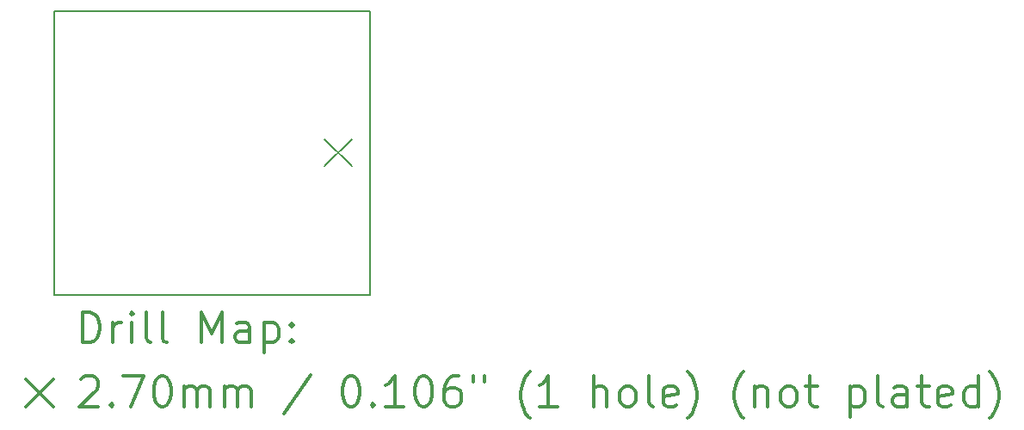
<source format=gbr>
%FSLAX45Y45*%
G04 Gerber Fmt 4.5, Leading zero omitted, Abs format (unit mm)*
G04 Created by KiCad (PCBNEW (5.1.5)-3) date 2019-12-28 19:55:43*
%MOMM*%
%LPD*%
G04 APERTURE LIST*
%TA.AperFunction,Profile*%
%ADD10C,0.150000*%
%TD*%
%ADD11C,0.200000*%
%ADD12C,0.300000*%
G04 APERTURE END LIST*
D10*
X17208500Y-7683500D02*
X14097000Y-7683500D01*
X17208500Y-10477500D02*
X17208500Y-7683500D01*
X14097000Y-10477500D02*
X17208500Y-10477500D01*
X14097000Y-7683500D02*
X14097000Y-10477500D01*
D11*
X16756000Y-8945500D02*
X17026000Y-9215500D01*
X17026000Y-8945500D02*
X16756000Y-9215500D01*
D12*
X14375928Y-10950714D02*
X14375928Y-10650714D01*
X14447357Y-10650714D01*
X14490214Y-10665000D01*
X14518786Y-10693572D01*
X14533071Y-10722143D01*
X14547357Y-10779286D01*
X14547357Y-10822143D01*
X14533071Y-10879286D01*
X14518786Y-10907857D01*
X14490214Y-10936429D01*
X14447357Y-10950714D01*
X14375928Y-10950714D01*
X14675928Y-10950714D02*
X14675928Y-10750714D01*
X14675928Y-10807857D02*
X14690214Y-10779286D01*
X14704500Y-10765000D01*
X14733071Y-10750714D01*
X14761643Y-10750714D01*
X14861643Y-10950714D02*
X14861643Y-10750714D01*
X14861643Y-10650714D02*
X14847357Y-10665000D01*
X14861643Y-10679286D01*
X14875928Y-10665000D01*
X14861643Y-10650714D01*
X14861643Y-10679286D01*
X15047357Y-10950714D02*
X15018786Y-10936429D01*
X15004500Y-10907857D01*
X15004500Y-10650714D01*
X15204500Y-10950714D02*
X15175928Y-10936429D01*
X15161643Y-10907857D01*
X15161643Y-10650714D01*
X15547357Y-10950714D02*
X15547357Y-10650714D01*
X15647357Y-10865000D01*
X15747357Y-10650714D01*
X15747357Y-10950714D01*
X16018786Y-10950714D02*
X16018786Y-10793572D01*
X16004500Y-10765000D01*
X15975928Y-10750714D01*
X15918786Y-10750714D01*
X15890214Y-10765000D01*
X16018786Y-10936429D02*
X15990214Y-10950714D01*
X15918786Y-10950714D01*
X15890214Y-10936429D01*
X15875928Y-10907857D01*
X15875928Y-10879286D01*
X15890214Y-10850714D01*
X15918786Y-10836429D01*
X15990214Y-10836429D01*
X16018786Y-10822143D01*
X16161643Y-10750714D02*
X16161643Y-11050714D01*
X16161643Y-10765000D02*
X16190214Y-10750714D01*
X16247357Y-10750714D01*
X16275928Y-10765000D01*
X16290214Y-10779286D01*
X16304500Y-10807857D01*
X16304500Y-10893572D01*
X16290214Y-10922143D01*
X16275928Y-10936429D01*
X16247357Y-10950714D01*
X16190214Y-10950714D01*
X16161643Y-10936429D01*
X16433071Y-10922143D02*
X16447357Y-10936429D01*
X16433071Y-10950714D01*
X16418786Y-10936429D01*
X16433071Y-10922143D01*
X16433071Y-10950714D01*
X16433071Y-10765000D02*
X16447357Y-10779286D01*
X16433071Y-10793572D01*
X16418786Y-10779286D01*
X16433071Y-10765000D01*
X16433071Y-10793572D01*
X13819500Y-11310000D02*
X14089500Y-11580000D01*
X14089500Y-11310000D02*
X13819500Y-11580000D01*
X14361643Y-11309286D02*
X14375928Y-11295000D01*
X14404500Y-11280714D01*
X14475928Y-11280714D01*
X14504500Y-11295000D01*
X14518786Y-11309286D01*
X14533071Y-11337857D01*
X14533071Y-11366429D01*
X14518786Y-11409286D01*
X14347357Y-11580714D01*
X14533071Y-11580714D01*
X14661643Y-11552143D02*
X14675928Y-11566429D01*
X14661643Y-11580714D01*
X14647357Y-11566429D01*
X14661643Y-11552143D01*
X14661643Y-11580714D01*
X14775928Y-11280714D02*
X14975928Y-11280714D01*
X14847357Y-11580714D01*
X15147357Y-11280714D02*
X15175928Y-11280714D01*
X15204500Y-11295000D01*
X15218786Y-11309286D01*
X15233071Y-11337857D01*
X15247357Y-11395000D01*
X15247357Y-11466429D01*
X15233071Y-11523571D01*
X15218786Y-11552143D01*
X15204500Y-11566429D01*
X15175928Y-11580714D01*
X15147357Y-11580714D01*
X15118786Y-11566429D01*
X15104500Y-11552143D01*
X15090214Y-11523571D01*
X15075928Y-11466429D01*
X15075928Y-11395000D01*
X15090214Y-11337857D01*
X15104500Y-11309286D01*
X15118786Y-11295000D01*
X15147357Y-11280714D01*
X15375928Y-11580714D02*
X15375928Y-11380714D01*
X15375928Y-11409286D02*
X15390214Y-11395000D01*
X15418786Y-11380714D01*
X15461643Y-11380714D01*
X15490214Y-11395000D01*
X15504500Y-11423571D01*
X15504500Y-11580714D01*
X15504500Y-11423571D02*
X15518786Y-11395000D01*
X15547357Y-11380714D01*
X15590214Y-11380714D01*
X15618786Y-11395000D01*
X15633071Y-11423571D01*
X15633071Y-11580714D01*
X15775928Y-11580714D02*
X15775928Y-11380714D01*
X15775928Y-11409286D02*
X15790214Y-11395000D01*
X15818786Y-11380714D01*
X15861643Y-11380714D01*
X15890214Y-11395000D01*
X15904500Y-11423571D01*
X15904500Y-11580714D01*
X15904500Y-11423571D02*
X15918786Y-11395000D01*
X15947357Y-11380714D01*
X15990214Y-11380714D01*
X16018786Y-11395000D01*
X16033071Y-11423571D01*
X16033071Y-11580714D01*
X16618786Y-11266429D02*
X16361643Y-11652143D01*
X17004500Y-11280714D02*
X17033071Y-11280714D01*
X17061643Y-11295000D01*
X17075928Y-11309286D01*
X17090214Y-11337857D01*
X17104500Y-11395000D01*
X17104500Y-11466429D01*
X17090214Y-11523571D01*
X17075928Y-11552143D01*
X17061643Y-11566429D01*
X17033071Y-11580714D01*
X17004500Y-11580714D01*
X16975928Y-11566429D01*
X16961643Y-11552143D01*
X16947357Y-11523571D01*
X16933071Y-11466429D01*
X16933071Y-11395000D01*
X16947357Y-11337857D01*
X16961643Y-11309286D01*
X16975928Y-11295000D01*
X17004500Y-11280714D01*
X17233071Y-11552143D02*
X17247357Y-11566429D01*
X17233071Y-11580714D01*
X17218786Y-11566429D01*
X17233071Y-11552143D01*
X17233071Y-11580714D01*
X17533071Y-11580714D02*
X17361643Y-11580714D01*
X17447357Y-11580714D02*
X17447357Y-11280714D01*
X17418786Y-11323571D01*
X17390214Y-11352143D01*
X17361643Y-11366429D01*
X17718786Y-11280714D02*
X17747357Y-11280714D01*
X17775928Y-11295000D01*
X17790214Y-11309286D01*
X17804500Y-11337857D01*
X17818786Y-11395000D01*
X17818786Y-11466429D01*
X17804500Y-11523571D01*
X17790214Y-11552143D01*
X17775928Y-11566429D01*
X17747357Y-11580714D01*
X17718786Y-11580714D01*
X17690214Y-11566429D01*
X17675928Y-11552143D01*
X17661643Y-11523571D01*
X17647357Y-11466429D01*
X17647357Y-11395000D01*
X17661643Y-11337857D01*
X17675928Y-11309286D01*
X17690214Y-11295000D01*
X17718786Y-11280714D01*
X18075928Y-11280714D02*
X18018786Y-11280714D01*
X17990214Y-11295000D01*
X17975928Y-11309286D01*
X17947357Y-11352143D01*
X17933071Y-11409286D01*
X17933071Y-11523571D01*
X17947357Y-11552143D01*
X17961643Y-11566429D01*
X17990214Y-11580714D01*
X18047357Y-11580714D01*
X18075928Y-11566429D01*
X18090214Y-11552143D01*
X18104500Y-11523571D01*
X18104500Y-11452143D01*
X18090214Y-11423571D01*
X18075928Y-11409286D01*
X18047357Y-11395000D01*
X17990214Y-11395000D01*
X17961643Y-11409286D01*
X17947357Y-11423571D01*
X17933071Y-11452143D01*
X18218786Y-11280714D02*
X18218786Y-11337857D01*
X18333071Y-11280714D02*
X18333071Y-11337857D01*
X18775928Y-11695000D02*
X18761643Y-11680714D01*
X18733071Y-11637857D01*
X18718786Y-11609286D01*
X18704500Y-11566429D01*
X18690214Y-11495000D01*
X18690214Y-11437857D01*
X18704500Y-11366429D01*
X18718786Y-11323571D01*
X18733071Y-11295000D01*
X18761643Y-11252143D01*
X18775928Y-11237857D01*
X19047357Y-11580714D02*
X18875928Y-11580714D01*
X18961643Y-11580714D02*
X18961643Y-11280714D01*
X18933071Y-11323571D01*
X18904500Y-11352143D01*
X18875928Y-11366429D01*
X19404500Y-11580714D02*
X19404500Y-11280714D01*
X19533071Y-11580714D02*
X19533071Y-11423571D01*
X19518786Y-11395000D01*
X19490214Y-11380714D01*
X19447357Y-11380714D01*
X19418786Y-11395000D01*
X19404500Y-11409286D01*
X19718786Y-11580714D02*
X19690214Y-11566429D01*
X19675928Y-11552143D01*
X19661643Y-11523571D01*
X19661643Y-11437857D01*
X19675928Y-11409286D01*
X19690214Y-11395000D01*
X19718786Y-11380714D01*
X19761643Y-11380714D01*
X19790214Y-11395000D01*
X19804500Y-11409286D01*
X19818786Y-11437857D01*
X19818786Y-11523571D01*
X19804500Y-11552143D01*
X19790214Y-11566429D01*
X19761643Y-11580714D01*
X19718786Y-11580714D01*
X19990214Y-11580714D02*
X19961643Y-11566429D01*
X19947357Y-11537857D01*
X19947357Y-11280714D01*
X20218786Y-11566429D02*
X20190214Y-11580714D01*
X20133071Y-11580714D01*
X20104500Y-11566429D01*
X20090214Y-11537857D01*
X20090214Y-11423571D01*
X20104500Y-11395000D01*
X20133071Y-11380714D01*
X20190214Y-11380714D01*
X20218786Y-11395000D01*
X20233071Y-11423571D01*
X20233071Y-11452143D01*
X20090214Y-11480714D01*
X20333071Y-11695000D02*
X20347357Y-11680714D01*
X20375928Y-11637857D01*
X20390214Y-11609286D01*
X20404500Y-11566429D01*
X20418786Y-11495000D01*
X20418786Y-11437857D01*
X20404500Y-11366429D01*
X20390214Y-11323571D01*
X20375928Y-11295000D01*
X20347357Y-11252143D01*
X20333071Y-11237857D01*
X20875928Y-11695000D02*
X20861643Y-11680714D01*
X20833071Y-11637857D01*
X20818786Y-11609286D01*
X20804500Y-11566429D01*
X20790214Y-11495000D01*
X20790214Y-11437857D01*
X20804500Y-11366429D01*
X20818786Y-11323571D01*
X20833071Y-11295000D01*
X20861643Y-11252143D01*
X20875928Y-11237857D01*
X20990214Y-11380714D02*
X20990214Y-11580714D01*
X20990214Y-11409286D02*
X21004500Y-11395000D01*
X21033071Y-11380714D01*
X21075928Y-11380714D01*
X21104500Y-11395000D01*
X21118786Y-11423571D01*
X21118786Y-11580714D01*
X21304500Y-11580714D02*
X21275928Y-11566429D01*
X21261643Y-11552143D01*
X21247357Y-11523571D01*
X21247357Y-11437857D01*
X21261643Y-11409286D01*
X21275928Y-11395000D01*
X21304500Y-11380714D01*
X21347357Y-11380714D01*
X21375928Y-11395000D01*
X21390214Y-11409286D01*
X21404500Y-11437857D01*
X21404500Y-11523571D01*
X21390214Y-11552143D01*
X21375928Y-11566429D01*
X21347357Y-11580714D01*
X21304500Y-11580714D01*
X21490214Y-11380714D02*
X21604500Y-11380714D01*
X21533071Y-11280714D02*
X21533071Y-11537857D01*
X21547357Y-11566429D01*
X21575928Y-11580714D01*
X21604500Y-11580714D01*
X21933071Y-11380714D02*
X21933071Y-11680714D01*
X21933071Y-11395000D02*
X21961643Y-11380714D01*
X22018786Y-11380714D01*
X22047357Y-11395000D01*
X22061643Y-11409286D01*
X22075928Y-11437857D01*
X22075928Y-11523571D01*
X22061643Y-11552143D01*
X22047357Y-11566429D01*
X22018786Y-11580714D01*
X21961643Y-11580714D01*
X21933071Y-11566429D01*
X22247357Y-11580714D02*
X22218786Y-11566429D01*
X22204500Y-11537857D01*
X22204500Y-11280714D01*
X22490214Y-11580714D02*
X22490214Y-11423571D01*
X22475928Y-11395000D01*
X22447357Y-11380714D01*
X22390214Y-11380714D01*
X22361643Y-11395000D01*
X22490214Y-11566429D02*
X22461643Y-11580714D01*
X22390214Y-11580714D01*
X22361643Y-11566429D01*
X22347357Y-11537857D01*
X22347357Y-11509286D01*
X22361643Y-11480714D01*
X22390214Y-11466429D01*
X22461643Y-11466429D01*
X22490214Y-11452143D01*
X22590214Y-11380714D02*
X22704500Y-11380714D01*
X22633071Y-11280714D02*
X22633071Y-11537857D01*
X22647357Y-11566429D01*
X22675928Y-11580714D01*
X22704500Y-11580714D01*
X22918786Y-11566429D02*
X22890214Y-11580714D01*
X22833071Y-11580714D01*
X22804500Y-11566429D01*
X22790214Y-11537857D01*
X22790214Y-11423571D01*
X22804500Y-11395000D01*
X22833071Y-11380714D01*
X22890214Y-11380714D01*
X22918786Y-11395000D01*
X22933071Y-11423571D01*
X22933071Y-11452143D01*
X22790214Y-11480714D01*
X23190214Y-11580714D02*
X23190214Y-11280714D01*
X23190214Y-11566429D02*
X23161643Y-11580714D01*
X23104500Y-11580714D01*
X23075928Y-11566429D01*
X23061643Y-11552143D01*
X23047357Y-11523571D01*
X23047357Y-11437857D01*
X23061643Y-11409286D01*
X23075928Y-11395000D01*
X23104500Y-11380714D01*
X23161643Y-11380714D01*
X23190214Y-11395000D01*
X23304500Y-11695000D02*
X23318786Y-11680714D01*
X23347357Y-11637857D01*
X23361643Y-11609286D01*
X23375928Y-11566429D01*
X23390214Y-11495000D01*
X23390214Y-11437857D01*
X23375928Y-11366429D01*
X23361643Y-11323571D01*
X23347357Y-11295000D01*
X23318786Y-11252143D01*
X23304500Y-11237857D01*
M02*

</source>
